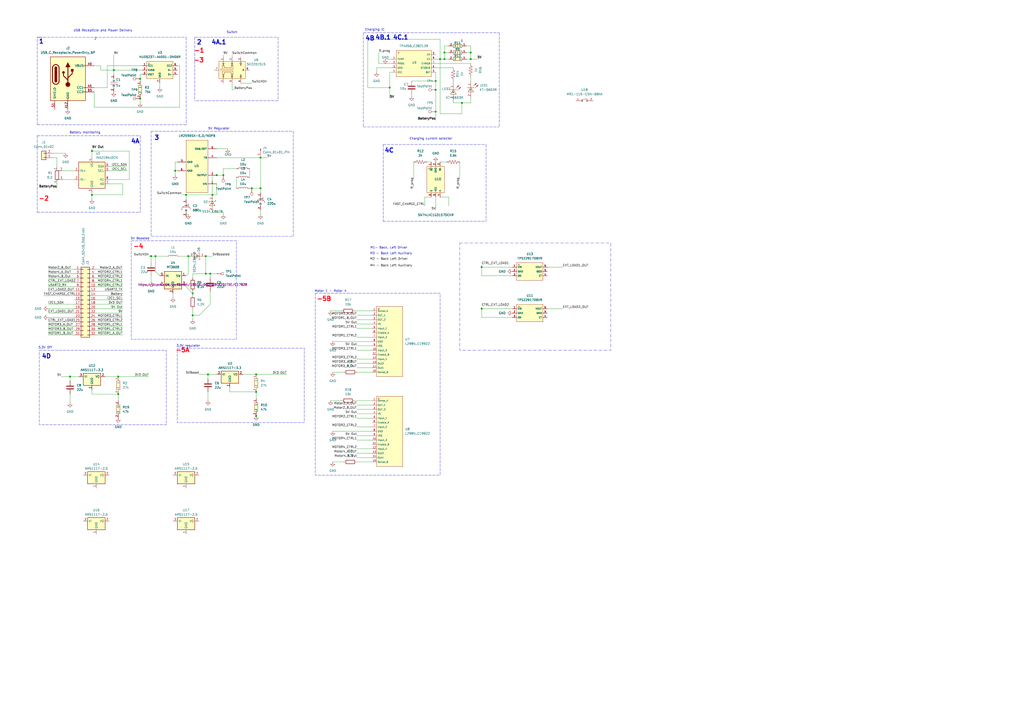
<source format=kicad_sch>
(kicad_sch (version 20231120) (generator "eeschema") (generator_version "8.0")
  (paper "A2")
  (title_block (title "EEE3088_Micro_Mouse_PCB") (date "2025-03-28") (rev "v4.0") (company "University of Cape Town") (comment 1 "@Author: Max Mendelow, Kholofelo Zondi") (comment 2 "Student number: MNDMAX003, ZNDKHO003"))
  (junction (at 101.6 99.06))
  (junction (at 226.06 50.8))
  (junction (at 125.73 101.6))
  (junction (at 90.17 148.59))
  (junction (at 68.58 228.6))
  (junction (at 111.76 182.88))
  (junction (at 279.4 154.94))
  (junction (at 257.81 34.29))
  (junction (at 111.76 170.18))
  (junction (at 107.95 113.03))
  (junction (at 257.81 30.48))
  (junction (at 255.27 34.29))
  (junction (at 252.73 46.99))
  (junction (at 279.4 179.07))
  (junction (at 109.22 148.59))
  (junction (at 53.34 113.03))
  (junction (at 68.58 218.44))
  (junction (at 81.28 45.72))
  (junction (at 119.38 148.59))
  (junction (at 252.73 52.07))
  (junction (at 123.19 113.03))
  (junction (at 267.97 59.69))
  (junction (at 148.59 241.3))
  (junction (at 120.65 217.17))
  (junction (at 273.05 30.48))
  (junction (at 40.64 218.44))
  (junction (at 87.63 148.59))
  (junction (at 121.92 158.75))
  (junction (at 151.13 91.44))
  (junction (at 119.38 158.75))
  (junction (at 129.54 101.6))
  (junction (at 252.73 64.77))
  (junction (at 53.34 87.63))
  (junction (at 66.04 40.64))
  (junction (at 146.05 109.22))
  (junction (at 151.13 109.22))
  (junction (at 273.05 34.29))
  (junction (at 148.59 217.17))
  (junction (at 148.59 227.33))
  (junction (at 81.28 57.15))
  (wire (pts (xy 104.14 62.23) (xy 54.61 62.23)))
  (wire (pts (xy 101.6 99.06) (xy 101.6 101.6)))
  (wire (pts (xy 87.63 160.02) (xy 87.63 163.83)))
  (wire (pts (xy 40.64 218.44) (xy 45.72 218.44)))
  (wire (pts (xy 218.44 41.91) (xy 218.44 39.37)))
  (wire (pts (xy 92.71 50.8) (xy 92.71 48.26)))
  (wire (pts (xy 255.27 34.29) (xy 255.27 66.04)))
  (wire (pts (xy 81.28 57.15) (xy 81.28 59.69)))
  (wire (pts (xy 43.18 168.91) (xy 27.94 168.91)))
  (wire (pts (xy 279.4 177.8) (xy 279.4 179.07)))
  (polyline (pts (xy 107.95 21.59) (xy 107.95 72.39)) (stroke (width 0) (type dash)))
  (wire (pts (xy 68.58 218.44) (xy 86.36 218.44)))
  (wire (pts (xy 63.5 96.52) (xy 73.66 96.52)))
  (polyline (pts (xy 222.25 83.82) (xy 222.25 128.27)) (stroke (width 0) (type dash)))
  (wire (pts (xy 255.27 114.3) (xy 260.35 114.3)))
  (wire (pts (xy 191.77 180.34) (xy 198.12 180.34)))
  (wire (pts (xy 43.18 163.83) (xy 27.94 163.83)))
  (wire (pts (xy 107.95 125.73) (xy 107.95 124.46)))
  (wire (pts (xy 55.88 173.99) (xy 71.12 173.99)))
  (wire (pts (xy 250.19 114.3) (xy 246.38 114.3)))
  (wire (pts (xy 55.88 194.31) (xy 71.12 194.31)))
  (wire (pts (xy 207.01 262.89) (xy 215.9 262.89)))
  (wire (pts (xy 207.01 240.03) (xy 215.9 240.03)))
  (wire (pts (xy 43.18 181.61) (xy 27.94 181.61)))
  (wire (pts (xy 273.05 36.83) (xy 252.73 36.83)))
  (wire (pts (xy 87.63 148.59) (xy 90.17 148.59)))
  (wire (pts (xy 273.05 26.67) (xy 273.05 30.48)))
  (wire (pts (xy 36.83 99.06) (xy 43.18 99.06)))
  (wire (pts (xy 213.36 22.86) (xy 213.36 50.8)))
  (wire (pts (xy 54.61 38.1) (xy 58.42 38.1)))
  (polyline (pts (xy 210.82 19.05) (xy 210.82 73.66)) (stroke (width 0) (type dash)))
  (wire (pts (xy 90.17 148.59) (xy 90.17 157.48)))
  (wire (pts (xy 53.34 226.06) (xy 53.34 228.6)))
  (wire (pts (xy 273.05 57.15) (xy 273.05 59.69)))
  (wire (pts (xy 36.83 104.14) (xy 43.18 104.14)))
  (wire (pts (xy 115.57 217.17) (xy 120.65 217.17)))
  (wire (pts (xy 207.01 185.42) (xy 215.9 185.42)))
  (wire (pts (xy 40.64 228.6) (xy 40.64 233.68)))
  (wire (pts (xy 148.59 227.33) (xy 148.59 231.14)))
  (wire (pts (xy 133.35 227.33) (xy 148.59 227.33)))
  (wire (pts (xy 120.65 227.33) (xy 120.65 232.41)))
  (wire (pts (xy 53.34 113.03) (xy 71.12 113.03)))
  (wire (pts (xy 297.18 184.15) (xy 279.4 184.15)))
  (wire (pts (xy 125.73 113.03) (xy 125.73 106.68)))
  (wire (pts (xy 104.14 148.59) (xy 109.22 148.59)))
  (wire (pts (xy 270.51 26.67) (xy 273.05 26.67)))
  (wire (pts (xy 207.01 237.49) (xy 215.9 237.49)))
  (wire (pts (xy 255.27 66.04) (xy 267.97 66.04)))
  (wire (pts (xy 205.74 232.41) (xy 215.9 232.41)))
  (wire (pts (xy 279.4 153.67) (xy 279.4 154.94)))
  (wire (pts (xy 86.36 148.59) (xy 87.63 148.59)))
  (wire (pts (xy 129.54 97.79) (xy 137.16 97.79)))
  (wire (pts (xy 273.05 46.99) (xy 273.05 44.45)))
  (wire (pts (xy 193.04 215.9) (xy 199.39 215.9)))
  (polyline (pts (xy 21.59 21.59) (xy 22.86 21.59)) (stroke (width 0) (type dash)))
  (wire (pts (xy 252.73 39.37) (xy 262.89 39.37)))
  (wire (pts (xy 238.76 46.99) (xy 252.73 46.99)))
  (wire (pts (xy 43.18 186.69) (xy 27.94 186.69)))
  (wire (pts (xy 193.04 250.19) (xy 215.9 250.19)))
  (wire (pts (xy 87.63 148.59) (xy 87.63 152.4)))
  (wire (pts (xy 207.01 210.82) (xy 215.9 210.82)))
  (wire (pts (xy 102.87 93.98) (xy 101.6 93.98)))
  (wire (pts (xy 55.88 166.37) (xy 71.12 166.37)))
  (wire (pts (xy 54.61 62.23) (xy 54.61 53.34)))
  (wire (pts (xy 25.4 171.45) (xy 43.18 171.45)))
  (polyline (pts (xy 161.29 58.42) (xy 113.03 58.42)) (stroke (width 0) (type dash)))
  (wire (pts (xy 35.56 218.44) (xy 40.64 218.44)))
  (wire (pts (xy 111.76 158.75) (xy 119.38 158.75)))
  (wire (pts (xy 55.88 184.15) (xy 71.12 184.15)))
  (wire (pts (xy 207.01 265.43) (xy 215.9 265.43)))
  (wire (pts (xy 27.94 158.75) (xy 43.18 158.75)))
  (wire (pts (xy 207.01 242.57) (xy 215.9 242.57)))
  (wire (pts (xy 82.55 38.1) (xy 62.23 38.1)))
  (wire (pts (xy 207.01 182.88) (xy 215.9 182.88)))
  (wire (pts (xy 27.94 161.29) (xy 43.18 161.29)))
  (wire (pts (xy 213.36 50.8) (xy 226.06 50.8)))
  (wire (pts (xy 55.88 168.91) (xy 71.12 168.91)))
  (wire (pts (xy 104.14 38.1) (xy 104.14 62.23)))
  (wire (pts (xy 207.01 255.27) (xy 215.9 255.27)))
  (wire (pts (xy 90.17 148.59) (xy 96.52 148.59)))
  (wire (pts (xy 279.4 184.15) (xy 279.4 179.07)))
  (wire (pts (xy 53.34 86.36) (xy 53.34 87.63)))
  (wire (pts (xy 55.88 158.75) (xy 71.12 158.75)))
  (wire (pts (xy 121.92 176.53) (xy 115.57 182.88)))
  (wire (pts (xy 260.35 26.67) (xy 257.81 26.67)))
  (wire (pts (xy 55.88 163.83) (xy 71.12 163.83)))
  (wire (pts (xy 226.06 50.8) (xy 226.06 57.15)))
  (wire (pts (xy 60.96 218.44) (xy 68.58 218.44)))
  (wire (pts (xy 267.97 59.69) (xy 273.05 59.69)))
  (wire (pts (xy 111.76 182.88) (xy 111.76 185.42)))
  (wire (pts (xy 227.33 36.83) (xy 219.71 36.83)))
  (wire (pts (xy 58.42 40.64) (xy 66.04 40.64)))
  (wire (pts (xy 82.55 43.18) (xy 81.28 43.18)))
  (wire (pts (xy 297.18 160.02) (xy 279.4 160.02)))
  (wire (pts (xy 55.88 191.77) (xy 71.12 191.77)))
  (wire (pts (xy 55.88 186.69) (xy 71.12 186.69)))
  (wire (pts (xy 252.73 64.77) (xy 252.73 69.85)))
  (wire (pts (xy 123.19 101.6) (xy 123.19 113.03)))
  (wire (pts (xy 120.65 217.17) (xy 125.73 217.17)))
  (wire (pts (xy 151.13 91.44) (xy 151.13 109.22)))
  (wire (pts (xy 259.08 93.98) (xy 255.27 93.98)))
  (wire (pts (xy 207.01 234.95) (xy 215.9 234.95)))
  (wire (pts (xy 107.95 165.1) (xy 107.95 166.37)))
  (wire (pts (xy 297.18 154.94) (xy 279.4 154.94)))
  (wire (pts (xy 107.95 124.46) (xy 109.22 124.46)))
  (wire (pts (xy 43.18 179.07) (xy 27.94 179.07)))
  (wire (pts (xy 109.22 158.75) (xy 107.95 160.02)))
  (wire (pts (xy 66.04 31.75) (xy 66.04 40.64)))
  (wire (pts (xy 74.93 104.14) (xy 74.93 87.63)))
  (polyline (pts (xy 21.59 78.74) (xy 21.59 123.19)) (stroke (width 0) (type dash)))
  (wire (pts (xy 238.76 55.88) (xy 238.76 54.61)))
  (wire (pts (xy 266.7 93.98) (xy 266.7 102.87)))
  (wire (pts (xy 27.94 156.21) (xy 43.18 156.21)))
  (wire (pts (xy 273.05 30.48) (xy 273.05 34.29)))
  (wire (pts (xy 151.13 124.46) (xy 151.13 121.92)))
  (wire (pts (xy 247.65 93.98) (xy 250.19 93.98)))
  (wire (pts (xy 109.22 148.59) (xy 109.22 158.75)))
  (wire (pts (xy 33.02 91.44) (xy 33.02 96.52)))
  (wire (pts (xy 144.78 109.22) (xy 146.05 109.22)))
  (wire (pts (xy 111.76 161.29) (xy 111.76 158.75)))
  (wire (pts (xy 151.13 109.22) (xy 151.13 111.76)))
  (wire (pts (xy 55.88 181.61) (xy 71.12 181.61)))
  (polyline (pts (xy 222.25 83.82) (xy 281.94 83.82)) (stroke (width 0) (type dash)))
  (wire (pts (xy 74.93 87.63) (xy 53.34 87.63)))
  (wire (pts (xy 257.81 30.48) (xy 260.35 30.48)))
  (wire (pts (xy 257.81 34.29) (xy 260.35 34.29)))
  (wire (pts (xy 123.19 101.6) (xy 125.73 101.6)))
  (wire (pts (xy 63.5 99.06) (xy 73.66 99.06)))
  (wire (pts (xy 68.58 228.6) (xy 68.58 232.41)))
  (polyline (pts (xy 281.94 83.82) (xy 281.94 128.27)) (stroke (width 0) (type dash)))
  (wire (pts (xy 252.73 121.92) (xy 252.73 114.3)))
  (wire (pts (xy 81.28 43.18) (xy 81.28 45.72)))
  (wire (pts (xy 66.04 40.64) (xy 66.04 43.18)))
  (wire (pts (xy 62.23 38.1) (xy 62.23 50.8)))
  (wire (pts (xy 123.19 113.03) (xy 125.73 113.03)))
  (wire (pts (xy 207.01 200.66) (xy 215.9 200.66)))
  (wire (pts (xy 207.01 252.73) (xy 215.9 252.73)))
  (wire (pts (xy 207.01 213.36) (xy 215.9 213.36)))
  (wire (pts (xy 55.88 171.45) (xy 71.12 171.45)))
  (wire (pts (xy 107.95 166.37) (xy 111.76 170.18)))
  (polyline (pts (xy 22.86 21.59) (xy 25.4 21.59)) (stroke (width 0) (type dash)))
  (wire (pts (xy 207.01 215.9) (xy 215.9 215.9)))
  (polyline (pts (xy 22.86 21.59) (xy 107.95 21.59)) (stroke (width 0) (type dash)))
  (wire (pts (xy 262.89 48.26) (xy 262.89 46.99)))
  (wire (pts (xy 226.06 41.91) (xy 227.33 41.91)))
  (wire (pts (xy 53.34 113.03) (xy 53.34 115.57)))
  (polyline (pts (xy 210.82 73.66) (xy 289.56 73.66)) (stroke (width 0) (type dash)))
  (polyline (pts (xy 113.03 21.59) (xy 161.29 21.59)) (stroke (width 0) (type dash)))
  (wire (pts (xy 43.18 166.37) (xy 27.94 166.37)))
  (wire (pts (xy 55.88 179.07) (xy 71.12 179.07)))
  (polyline (pts (xy 21.59 123.19) (xy 81.28 123.19)) (stroke (width 0) (type dash)))
  (wire (pts (xy 55.88 161.29) (xy 71.12 161.29)))
  (wire (pts (xy 146.05 109.22) (xy 151.13 109.22)))
  (wire (pts (xy 257.81 30.48) (xy 257.81 34.29)))
  (polyline (pts (xy 113.03 21.59) (xy 113.03 58.42)) (stroke (width 0) (type dash)))
  (wire (pts (xy 101.6 93.98) (xy 101.6 99.06)))
  (polyline (pts (xy 21.59 21.59) (xy 22.86 21.59)) (stroke (width 0) (type dash)))
  (wire (pts (xy 43.18 194.31) (xy 27.94 194.31)))
  (wire (pts (xy 262.89 59.69) (xy 267.97 59.69)))
  (polyline (pts (xy 222.25 128.27) (xy 281.94 128.27)) (stroke (width 0) (type dash)))
  (wire (pts (xy 43.18 184.15) (xy 27.94 184.15)))
  (wire (pts (xy 297.18 179.07) (xy 279.4 179.07)))
  (wire (pts (xy 53.34 87.63) (xy 53.34 91.44)))
  (wire (pts (xy 226.06 41.91) (xy 226.06 50.8)))
  (wire (pts (xy 71.12 106.68) (xy 71.12 113.03)))
  (wire (pts (xy 207.01 208.28) (xy 215.9 208.28)))
  (wire (pts (xy 55.88 156.21) (xy 71.12 156.21)))
  (wire (pts (xy 207.01 260.35) (xy 215.9 260.35)))
  (wire (pts (xy 129.54 101.6) (xy 129.54 97.79)))
  (wire (pts (xy 240.03 93.98) (xy 240.03 102.87)))
  (wire (pts (xy 121.92 168.91) (xy 121.92 176.53)))
  (wire (pts (xy 260.35 114.3) (xy 260.35 119.38)))
  (wire (pts (xy 111.76 168.91) (xy 111.76 170.18)))
  (wire (pts (xy 137.16 102.87) (xy 137.16 109.22)))
  (wire (pts (xy 121.92 158.75) (xy 119.38 158.75)))
  (polyline (pts (xy 81.28 78.74) (xy 81.28 123.19)) (stroke (width 0) (type dash)))
  (wire (pts (xy 125.73 91.44) (xy 151.13 91.44)))
  (wire (pts (xy 207.01 247.65) (xy 215.9 247.65)))
  (wire (pts (xy 123.19 123.19) (xy 129.54 123.19)))
  (wire (pts (xy 134.62 52.07) (xy 135.89 52.07)))
  (wire (pts (xy 148.59 237.49) (xy 148.59 241.3)))
  (wire (pts (xy 267.97 59.69) (xy 267.97 66.04)))
  (wire (pts (xy 30.48 88.9) (xy 38.1 88.9)))
  (wire (pts (xy 125.73 158.75) (xy 121.92 158.75)))
  (wire (pts (xy 151.13 91.44) (xy 154.94 91.44)))
  (wire (pts (xy 133.35 224.79) (xy 133.35 227.33)))
  (wire (pts (xy 252.73 46.99) (xy 252.73 41.91)))
  (wire (pts (xy 273.05 34.29) (xy 276.86 34.29)))
  (wire (pts (xy 55.88 176.53) (xy 71.12 176.53)))
  (wire (pts (xy 115.57 182.88) (xy 111.76 182.88)))
  (wire (pts (xy 144.78 97.79) (xy 144.78 102.87)))
  (wire (pts (xy 262.89 58.42) (xy 262.89 59.69)))
  (polyline (pts (xy 161.29 21.59) (xy 161.29 58.42)) (stroke (width 0) (type dash)))
  (wire (pts (xy 30.48 91.44) (xy 33.02 91.44)))
  (wire (pts (xy 207.01 190.5) (xy 215.9 190.5)))
  (wire (pts (xy 33.02 106.68) (xy 33.02 109.22)))
  (wire (pts (xy 111.76 179.07) (xy 111.76 182.88)))
  (wire (pts (xy 139.7 48.26) (xy 146.05 48.26)))
  (polyline (pts (xy 21.59 72.39) (xy 21.59 21.59)) (stroke (width 0) (type dash)))
  (wire (pts (xy 119.38 148.59) (xy 119.38 158.75)))
  (wire (pts (xy 252.73 52.07) (xy 252.73 64.77)))
  (wire (pts (xy 53.34 228.6) (xy 68.58 228.6)))
  (wire (pts (xy 270.51 34.29) (xy 273.05 34.29)))
  (wire (pts (xy 279.4 160.02) (xy 279.4 154.94)))
  (wire (pts (xy 129.54 31.75) (xy 129.54 33.02)))
  (polyline (pts (xy 107.95 72.39) (xy 21.59 72.39)) (stroke (width 0) (type dash)))
  (wire (pts (xy 58.42 38.1) (xy 58.42 40.64)))
  (wire (pts (xy 119.38 148.59) (xy 123.19 148.59)))
  (wire (pts (xy 55.88 189.23) (xy 71.12 189.23)))
  (wire (pts (xy 107.95 113.03) (xy 123.19 113.03)))
  (wire (pts (xy 125.73 101.6) (xy 129.54 101.6)))
  (polyline (pts (xy 210.82 19.05) (xy 289.56 19.05)) (stroke (width 0) (type dash)))
  (wire (pts (xy 43.18 189.23) (xy 27.94 189.23)))
  (polyline (pts (xy 21.59 78.74) (xy 81.28 78.74)) (stroke (width 0) (type dash)))
  (wire (pts (xy 317.5 154.94) (xy 326.39 154.94)))
  (wire (pts (xy 134.62 31.75) (xy 134.62 33.02)))
  (wire (pts (xy 191.77 232.41) (xy 198.12 232.41)))
  (wire (pts (xy 125.73 86.36) (xy 132.08 86.36)))
  (wire (pts (xy 63.5 106.68) (xy 71.12 106.68)))
  (wire (pts (xy 129.54 123.19) (xy 129.54 124.46)))
  (wire (pts (xy 62.23 50.8) (xy 54.61 50.8)))
  (wire (pts (xy 27.94 176.53) (xy 43.18 176.53)))
  (wire (pts (xy 207.01 195.58) (xy 215.9 195.58)))
  (wire (pts (xy 193.04 198.12) (xy 215.9 198.12)))
  (wire (pts (xy 219.71 36.83) (xy 219.71 30.48)))
  (wire (pts (xy 111.76 170.18) (xy 111.76 171.45)))
  (wire (pts (xy 53.34 111.76) (xy 53.34 113.03)))
  (wire (pts (xy 252.73 46.99) (xy 252.73 52.07)))
  (wire (pts (xy 270.51 30.48) (xy 273.05 30.48)))
  (wire (pts (xy 102.87 38.1) (xy 104.14 38.1)))
  (wire (pts (xy 255.27 34.29) (xy 255.27 22.86)))
  (wire (pts (xy 101.6 99.06) (xy 102.87 99.06)))
  (wire (pts (xy 205.74 180.34) (xy 215.9 180.34)))
  (wire (pts (xy 105.41 113.03) (xy 107.95 113.03)))
  (wire (pts (xy 218.44 39.37) (xy 227.33 39.37)))
  (wire (pts (xy 257.81 26.67) (xy 257.81 30.48)))
  (wire (pts (xy 213.36 22.86) (xy 255.27 22.86)))
  (wire (pts (xy 252.73 34.29) (xy 255.27 34.29)))
  (polyline (pts (xy 289.56 19.05) (xy 289.56 73.66)) (stroke (width 0) (type dash)))
  (wire (pts (xy 120.65 217.17) (xy 120.65 219.71)))
  (wire (pts (xy 81.28 45.72) (xy 81.28 46.99)))
  (wire (pts (xy 148.59 217.17) (xy 166.37 217.17)))
  (wire (pts (xy 223.52 34.29) (xy 227.33 34.29)))
  (wire (pts (xy 140.97 217.17) (xy 148.59 217.17)))
  (wire (pts (xy 207.01 203.2) (xy 215.9 203.2)))
  (wire (pts (xy 317.5 179.07) (xy 326.39 179.07)))
  (wire (pts (xy 246.38 114.3) (xy 246.38 119.38)))
  (wire (pts (xy 207.01 267.97) (xy 215.9 267.97)))
  (wire (pts (xy 40.64 218.44) (xy 40.64 220.98)))
  (wire (pts (xy 121.92 158.75) (xy 121.92 161.29)))
  (wire (pts (xy 207.01 187.96) (xy 215.9 187.96)))
  (wire (pts (xy 193.04 267.97) (xy 199.39 267.97)))
  (wire (pts (xy 107.95 113.03) (xy 107.95 115.57)))
  (wire (pts (xy 90.17 157.48) (xy 92.71 160.02)))
  (wire (pts (xy 66.04 40.64) (xy 82.55 40.64)))
  (wire (pts (xy 100.33 170.18) (xy 100.33 172.72)))
  (wire (pts (xy 134.62 48.26) (xy 134.62 52.07)))
  (wire (pts (xy 109.22 148.59) (xy 110.49 148.59)))
  (wire (pts (xy 43.18 191.77) (xy 27.94 191.77)))
  (wire (pts (xy 255.27 34.29) (xy 257.81 34.29)))
  (wire (pts (xy 63.5 104.14) (xy 74.93 104.14)))
  (rectangle (start 22.86 203.2) (end 96.52 246.38) (stroke (width 0) (type dash)))
  (rectangle (start 76.2 139.7) (end 137.16 196.85) (stroke (width 0) (type dash)))
  (rectangle (start 102.87 201.93) (end 176.53 245.11) (stroke (width 0) (type dash)))
  (rectangle (start 87.63 76.2) (end 170.18 137.16) (stroke (width 0) (type dash)))
  (rectangle (start 182.88 170.18) (end 255.27 275.59) (stroke (width 0) (type dash)))
  (rectangle (start 266.7 140.97) (end 354.33 203.2) (stroke (width 0) (type dash_dot)))
  (text "-3" (at 115.316 35.052 0) (effects (font (size 2.54 2.54) (thickness 0.508) (bold yes))))
  (text "5V Boosted" (at 81.28 138.43 0) (effects (font (size 1.27 1.27))))
  (text "Charging current selector" (at 249.936 80.518 0) (effects (font (size 1.27 1.27))))
  (text "4C.1" (at 232.41 21.844 0) (effects (font (size 2.54 2.54) (thickness 0.508) (bold yes))))
  (text "Battery monitoring" (at 49.276 76.962 0) (effects (font (size 1.27 1.27))))
  (text "4B.1" (at 222.25 21.844 0) (effects (font (size 2.54 2.54) (thickness 0.508) (bold yes))))
  (text "1" (at 23.9653 24.1354 0) (effects (font (size 2.54 2.54) (thickness 0.508) (bold yes))))
  (text "4A" (at 78.486 82.042 0) (effects (font (size 2.54 2.54) (thickness 0.508) (bold yes))))
  (text "4D" (at 26.924 206.756 0) (effects (font (size 2.54 2.54) (thickness 0.508) (bold yes))))
  (text "2" (at 55.372 22.606 0) (effects (font (size 1.27 1.27))))
  (text "Switch" (at 134.62 18.796 0) (effects (font (size 1.27 1.27))))
  (text "M1- Back, Left Driver" (at 225.552 143.764 0) (effects (font (size 1.27 1.27))))
  (text "Motor 1 - Motor 4" (at 191.77 168.91 0) (effects (font (size 1.27 1.27))))
  (text "5V Regulator" (at 127 74.676 0) (effects (font (size 1.27 1.27))))
  (text "Charging IC\n" (at 217.424 17.272 0) (effects (font (size 1.27 1.27))))
  (text "-5A\n" (at 105.918 203.2 0) (effects (font (size 2.54 2.54) (thickness 0.508) (bold yes))))
  (text "4B" (at 214.63 22.352 0) (effects (font (size 2.54 2.54) (thickness 0.508) (bold yes))))
  (text "3.3V Off" (at 26.162 201.676 0) (effects (font (size 1.27 1.27))))
  (text "4C" (at 225.806 87.376 0) (effects (font (size 2.54 2.54) (thickness 0.508) (bold yes))))
  (text "-2" (at 25.4 115.316 0) (effects (font (size 2.54 2.54) (thickness 0.508) (bold yes))))
  (text "-4\n" (at 80.264 143.002 0) (effects (font (size 2.54 2.54) (thickness 0.508) (bold yes))))
  (text "-5B\n" (at 187.96 173.482 0) (effects (font (size 2.54 2.54) (thickness 0.508) (bold yes))))
  (text "3" (at 90.932 80.01 0) (effects (font (size 2.54 2.54) (thickness 0.508) (bold yes))))
  (text "4A.1" (at 127 24.638 0) (effects (font (size 2.54 2.54) (thickness 0.508) (bold yes))))
  (text "M3 - Back Left Auxillary" (at 226.822 147.066 0) (effects (font (size 1.27 1.27))))
  (text "-1" (at 115.57 29.464 0) (effects (font (size 2.54 2.54) (thickness 0.508) (bold yes))))
  (text "3.3V regulator" (at 109.22 200.66 0) (effects (font (size 1.27 1.27))))
  (text "USB Recepticle and Power Delivery\n" (at 59.69 17.78 0) (effects (font (size 1.27 1.27))))
  (text "2" (at 115.57 24.638 0) (effects (font (size 2.54 2.54) (thickness 0.508) (bold yes))))
  (label "Motor2_A_OUT" (at 71.12 156.21 180))
  (label "MOTOR3_CTRL1" (at 207.01 203.2 180))
  (label "SwitchCommon" (at 134.62 31.75 0))
  (label "MOTOR2_CTRL1" (at 71.12 158.75 180))
  (label "MOTOR1_A_OUT" (at 71.12 194.31 180))
  (label "M2 - Back Left Driver" (at 214.63 151.13 0))
  (label "5V" (at 276.86 34.29 0) (effects (font (bold yes))))
  (label "R_prog" (at 266.7 102.87 270))
  (label "3V3 OUT" (at 71.12 176.53 180))
  (label "9V" (at 129.54 31.75 0))
  (label "5V Out" (at 53.34 86.36 0) (effects (font (bold yes))))
  (label "Motor2_B_OUT" (at 27.94 156.21 0))
  (label "MOTOR3_B_OUT" (at 27.94 191.77 0))
  (label "CTRL_EXT_LOAD1" (at 27.94 186.69 0))
  (label "SwitchOn" (at 146.05 48.26 0))
  (label "MOTOR4_CTRL2" (at 207.01 260.35 180))
  (label "Motor4_A_OUT" (at 207.01 262.89 180))
  (label "USART2_TX" (at 71.12 168.91 180))
  (label "I2C1_SDA" (at 27.94 176.53 0))
  (label "CTRL_EXT_LOAD1" (at 279.4 153.67 0))
  (label "5V Out" (at 207.01 187.96 180))
  (label "Motor2_B_OUT" (at 207.01 237.49 180))
  (label "MOTOR3_A_OUT" (at 207.01 210.82 180))
  (label "5V Out" (at 207.01 200.66 180))
  (label "9V" (at 66.04 31.75 0))
  (label "MOTOR1_B_OUT" (at 207.01 185.42 180))
  (label "3V3 OUT" (at 166.37 217.17 180))
  (label "R_prog" (at 219.71 30.48 0))
  (label "MOTOR2_CTRL1" (at 207.01 242.57 180))
  (label "EXT_LOAD1_OUT" (at 326.39 154.94 0))
  (label "Battery" (at 71.12 171.45 180))
  (label "FAST_CHARGE_CTRL" (at 246.38 119.38 180))
  (label "CTRL_EXT_LOAD2" (at 279.4 177.8 0))
  (label "EXT_LOAD2_OUT" (at 326.39 179.07 0))
  (label "MOTOR1_CTRL2" (at 207.01 195.58 180))
  (label "I2C1_SCL" (at 71.12 173.99 180))
  (label "5VBoost" (at 115.57 217.17 180))
  (label "EXT_LOAD2_OUT" (at 27.94 168.91 0))
  (label "3V3 OUT" (at 86.36 218.44 180))
  (label "MOTOR3_CTRL1" (at 71.12 184.15 180))
  (label "MOTOR4_CTRL1" (at 207.01 255.27 180))
  (label "FAST_CHARGE_CTRL" (at 25.4 171.45 0))
  (label "BatteryPos" (at 252.73 69.85 180) (effects (font (bold yes))))
  (label "I2C1_SCL" (at 73.66 99.06 180))
  (label "Motor4_A_OUT" (at 27.94 158.75 0))
  (label "R_prog" (at 240.03 102.87 270))
  (label "MOTOR4_CTRL2" (at 71.12 166.37 180))
  (label "5VBoosted" (at 123.19 148.59 0))
  (label "5V Out" (at 71.12 179.07 180))
  (label "SwitchOn" (at 86.36 148.59 180))
  (label "5V Out" (at 207.01 240.03 180))
  (label "5V" (at 35.56 218.44 180))
  (label "BatteryPos" (at 33.02 109.22 180) (effects (font (bold yes))))
  (label "Motor4_B_Out" (at 207.01 265.43 180))
  (label "CTRL_EXT_LOAD2" (at 27.94 163.83 0))
  (label "MOTOR3_CTRL2" (at 207.01 208.28 180))
  (label "BatteryPos" (at 135.89 52.07 0))
  (label "MOTOR1_CTRL1" (at 207.01 190.5 180))
  (label "MOTOR3_A_OUT" (at 27.94 189.23 0))
  (label "MOTOR2_CTRL2" (at 207.01 247.65 180))
  (label "MOTOR1_CTRL1" (at 71.12 189.23 180))
  (label "5V" (at 226.06 57.15 0) (effects (font (bold yes))))
  (label "USART2_RX" (at 27.94 166.37 0))
  (label "SwitchCommon" (at 105.41 113.03 180))
  (label "MOTOR1_A_OUT" (at 207.01 182.88 180))
  (label "Motor4_B_Out" (at 27.94 161.29 0))
  (label "MOTOR3_CTRL2" (at 71.12 186.69 180))
  (label "MOTOR3_B_OUT" (at 207.01 213.36 180))
  (label "I2C1_SDA" (at 73.66 96.52 180))
  (label "5V" (at 154.94 91.44 0))
  (label "5V Out" (at 207.01 252.73 180))
  (label "9V" (at 71.12 181.61 180))
  (label "M4 - Back Left Auxillary" (at 214.63 154.94 0))
  (label "5V" (at 252.73 121.92 180))
  (label "MOTOR4_CTRL1" (at 71.12 163.83 180))
  (label "Motor2_A_OUT" (at 207.01 234.95 180))
  (label "MOTOR1_B_OUT" (at 27.94 194.31 0))
  (label "MOTOR1_CTRL2" (at 71.12 191.77 180))
  (label "EXT_LOAD1_OUT" (at 27.94 181.61 0))
  (label "MOTOR2_CTRL2" (at 71.12 161.29 180))
  (symbol (lib_id "Device:L") (at 140.97 109.22 90) (unit 1)
    (property "Reference" "L4" (at 140.97 104.14 90))
    (property "Value" "10u" (at 140.97 106.68 90))
    (property "Footprint" "xxcustom_footprint:L0805" (effects (hide yes)))
    (property "Datasheet" "https://jlcpcb.com/partdetail/Sunlord-SDFL2012S100KTF/C1046" (effects (hide yes)))
    (property "Description" "Inductor" (effects (hide yes)))
  )
  (symbol (lib_id "Device:R") (at 201.93 232.41 90) (unit 1)
    (property "Reference" "R18" (at 201.93 226.06 90))
    (property "Value" "10k" (at 201.93 228.6 90))
    (property "Footprint" "xxcustom_footprint:C1206" (effects (hide yes)))
    (property "Datasheet" "https://jlcpcb.com/parts/componentSearch?searchTxt=47k%CE%A9" (effects (hide yes)))
    (property "Description" "Resistor C17902" (effects (hide yes)))
  )
  (symbol (lib_id "Connector:TestPoint") (at 125.73 158.75 270) (unit 1)
    (property "Reference" "TP1" (at 130.81 157.4799 90) (effects (justify left)))
    (property "Value" "TestPoint" (at 130.81 160.0199 90) (effects (justify left)))
    (property "Footprint" "TestPoint:TestPoint_Pad_2.5x2.5mm" (effects (hide yes)))
    (property "Description" "test point" (effects (hide yes)))
  )
  (symbol (lib_id "Connector:TestPoint") (at 252.73 52.07 90) (unit 1)
    (property "Reference" "TP4" (at 249.428 46.99 90))
    (property "Value" "TestPoint" (at 246.126 50.038 90))
    (property "Footprint" "TestPoint:TestPoint_Pad_2.5x2.5mm" (effects (hide yes)))
    (property "Description" "test point" (effects (hide yes)))
  )
  (symbol (lib_id "power:GND") (at 100.33 172.72 0) (unit 1)
    (property "Reference" "#PWR12" (effects (hide yes)))
    (property "Value" "GND" (at 100.33 177.8 0))
    (property "Description" "Power symbol creates a global label with name \"GND\" , ground" (effects (hide yes)))
  )
  (symbol (lib_id "TPS22917DBVR:TPS22917DBVR") (at 307.34 181.61 0) (unit 1)
    (property "Reference" "U11" (at 307.34 171.45 0))
    (property "Value" "TPS22917DBVR" (at 307.34 173.99 0))
    (property "Footprint" "xxcustom_footprint:SOT-23-6_L2.9-W1.6-P0.95-LS2.8-BR" (effects (hide yes)))
    (property "Datasheet" "https://item.szlcsc.com/169042.html" (effects (hide yes)))
    (property "LCSC" "C2681320" (effects (hide yes)))
  )
  (symbol (lib_id "power:GND") (at 68.58 242.57 0) (unit 1)
    (property "Reference" "#PWR030" (effects (hide yes)))
    (property "Value" "GND" (at 68.58 247.65 0))
    (property "Description" "Power symbol creates a global label with name \"GND\" , ground" (effects (hide yes)))
  )
  (symbol (lib_id "Device:C") (at 40.64 224.79 0) (unit 1)
    (property "Reference" "C8" (at 44.45 223.5199 0) (effects (justify left)))
    (property "Value" "22u" (at 44.45 226.0599 0) (effects (justify left)))
    (property "Footprint" "xxcustom_footprint:C1206" (effects (hide yes)))
    (property "Datasheet" "https://jlcpcb.com/partdetail/13537-CL31A226KAHNNNE/C12891" (effects (hide yes)))
    (property "Description" "Unpolarized capacitor" (effects (hide yes)))
  )
  (symbol (lib_id "power:GND") (at 27.94 179.07 270) (mirror x) (unit 1)
    (property "Reference" "#PWR1" (effects (hide yes)))
    (property "Value" "GND" (at 24.13 179.0699 90) (effects (justify right)))
    (property "Description" "Power symbol creates a global label with name \"GND\" , ground" (effects (hide yes)))
  )
  (symbol (lib_id "Device:R") (at 203.2 267.97 90) (unit 1)
    (property "Reference" "R7" (at 203.2 261.62 90))
    (property "Value" "47k" (at 203.2 264.16 90))
    (property "Footprint" "xxcustom_footprint:R0805" (effects (hide yes)))
    (property "Datasheet" "https://jlcpcb.com/parts/componentSearch?searchTxt=47k%CE%A9" (effects (hide yes)))
    (property "Description" "Resistor" (effects (hide yes)))
  )
  (symbol (lib_id "0603WAF7502T5E:0603WAF7502T5E") (at 81.28 52.07 270) (unit 1)
    (property "Reference" "R3" (at 83.82 50.7999 90) (effects (justify left)))
    (property "Value" "75k" (at 83.82 53.3399 90) (effects (justify left)))
    (property "Footprint" "xxcustom_footprint:R0603" (effects (hide yes)))
    (property "Datasheet" "https://www.mouser.in/datasheet/2/447/PYu_RT_1_to_0_01_RoHS_L_11-1669912.pdf" (effects (hide yes)))
    (property "LCSC" "C23242" (effects (hide yes)))
  )
  (symbol (lib_id "power:GND") (at 132.08 86.36 0) (unit 1)
    (property "Reference" "#PWR17" (effects (hide yes)))
    (property "Value" "GND" (at 132.334 89.662 0))
    (property "Description" "Power symbol creates a global label with name \"GND\" , ground" (effects (hide yes)))
  )
  (symbol (lib_id "power:GND") (at 81.28 59.69 0) (unit 1)
    (property "Reference" "#PWR8" (effects (hide yes)))
    (property "Value" "GND" (at 81.28 64.77 0))
    (property "Description" "Power symbol creates a global label with name \"GND\" , ground" (effects (hide yes)))
  )
  (symbol (lib_id "Device:R") (at 201.93 180.34 90) (unit 1)
    (property "Reference" "R17" (at 201.93 173.99 90))
    (property "Value" "10k" (at 201.93 176.53 90))
    (property "Footprint" "xxcustom_footprint:R1206" (effects (hide yes)))
    (property "Datasheet" "https://jlcpcb.com/parts/componentSearch?searchTxt=47k%CE%A9" (effects (hide yes)))
    (property "Description" "Resistor C17902" (effects (hide yes)))
  )
  (symbol (lib_id "power:GND") (at 148.59 241.3 0) (unit 1)
    (property "Reference" "#PWR11" (effects (hide yes)))
    (property "Value" "GND" (at 148.59 246.38 0))
    (property "Description" "Power symbol creates a global label with name \"GND\" , ground" (effects (hide yes)))
  )
  (symbol (lib_id "TPS22917DBVR:TPS22917DBVR") (at 307.34 157.48 0) (unit 1)
    (property "Reference" "U13" (at 307.34 147.32 0))
    (property "Value" "TPS22917DBVR" (at 307.34 149.86 0))
    (property "Footprint" "xxcustom_footprint:SOT-23-6_L2.9-W1.6-P0.95-LS2.8-BR" (effects (hide yes)))
    (property "Datasheet" "https://item.szlcsc.com/169042.html" (effects (hide yes)))
    (property "LCSC" "C2681320" (effects (hide yes)))
  )
  (symbol (lib_id "power:GND") (at 38.1 88.9 0) (unit 1)
    (property "Reference" "#PWR3" (effects (hide yes)))
    (property "Value" "GND" (at 38.1 93.98 0))
    (property "Description" "Power symbol creates a global label with name \"GND\" , ground" (effects (hide yes)))
  )
  (symbol (lib_id "Device:R_US") (at 262.89 43.18 0) (unit 1)
    (property "Reference" "R14" (at 265.43 42.926 90))
    (property "Value" "1k" (at 267.97 42.926 90))
    (property "Footprint" "xxcustom_footprint:R1206" (effects (hide yes)))
    (property "Description" "Resistor, US symbol" (effects (hide yes)))
  )
  (symbol (lib_id "power:GND") (at 193.04 250.19 0) (unit 1)
    (property "Reference" "#PWR23" (effects (hide yes)))
    (property "Value" "GND" (at 193.04 255.27 0))
    (property "Description" "Power symbol creates a global label with name \"GND\" , ground" (effects (hide yes)))
  )
  (symbol (lib_id "Device:C") (at 121.92 165.1 0) (unit 1)
    (property "Reference" "C5" (at 125.73 163.8299 0) (effects (justify left)))
    (property "Value" "22uF" (at 125.73 166.3699 0) (effects (justify left)))
    (property "Footprint" "xxcustom_footprint:C1206" (effects (hide yes)))
    (property "Datasheet" "https://jlcpcb.com/partdetail/13537-CL31A226KAHNNNE/C12891" (effects (hide yes)))
    (property "Description" "Unpolarized capacitor" (effects (hide yes)))
  )
  (symbol (lib_id "Connector:TestPoint") (at 81.28 57.15 90) (unit 1)
    (property "Reference" "TP9" (at 77.978 52.07 90))
    (property "Value" "TestPoint" (at 74.676 55.118 90))
    (property "Footprint" "TestPoint:TestPoint_Pad_2.5x2.5mm" (effects (hide yes)))
    (property "Description" "test point" (effects (hide yes)))
  )
  (symbol (lib_id "power:GND") (at 92.71 50.8 0) (unit 1)
    (property "Reference" "#PWR9" (effects (hide yes)))
    (property "Value" "GND" (at 92.71 55.88 0))
    (property "Description" "Power symbol creates a global label with name \"GND\" , ground" (effects (hide yes)))
  )
  (symbol (lib_id "Device:R_US") (at 262.89 93.98 270) (unit 1)
    (property "Reference" "R15" (at 262.89 87.63 90))
    (property "Value" "5.6k" (at 262.89 90.17 90))
    (property "Footprint" "xxcustom_footprint:R0805" (effects (hide yes)))
    (property "Datasheet" "C4382" (effects (hide yes)))
    (property "Description" "Resistor, US symbol" (effects (hide yes)))
  )
  (symbol (lib_id "power:GND") (at 151.13 124.46 0) (unit 1)
    (property "Reference" "#PWR18" (effects (hide yes)))
    (property "Value" "GND" (at 151.13 129.54 0))
    (property "Description" "Power symbol creates a global label with name \"GND\" , ground" (effects (hide yes)))
  )
  (symbol (lib_id "Device:C") (at 87.63 156.21 0) (unit 1)
    (property "Reference" "C3" (at 81.534 155.194 0) (effects (justify left)))
    (property "Value" "22uF" (at 81.534 157.734 0) (effects (justify left)))
    (property "Footprint" "xxcustom_footprint:C1206" (effects (hide yes)))
    (property "Datasheet" "https://jlcpcb.com/partdetail/13537-CL31A226KAHNNNE/C12891" (effects (hide yes)))
    (property "Description" "Unpolarized capacitor" (effects (hide yes)))
  )
  (symbol (lib_id "Connector:TestPoint") (at 146.05 109.22 180) (unit 1)
    (property "Reference" "TP7" (at 141.478 114.554 0) (effects (justify right)))
    (property "Value" "TestPoint" (at 141.478 117.094 0) (effects (justify right)))
    (property "Footprint" "TestPoint:TestPoint_Pad_2.5x2.5mm" (effects (hide yes)))
    (property "Description" "test point" (effects (hide yes)))
  )
  (symbol (lib_id "Regulator_Linear:AMS1117-2.5") (at 55.88 302.26 0) (unit 1)
    (property "Reference" "U16" (at 55.88 295.91 0))
    (property "Value" "AMS1117-2.5" (at 55.88 298.45 0))
    (property "Footprint" "Package_TO_SOT_SMD:SOT-223-3_TabPin2" (effects (hide yes)))
    (property "Datasheet" "http://www.advanced-monolithic.com/pdf/ds1117.pdf" (effects (hide yes)))
    (property "Description" "1A Low Dropout regulator, positive, 2.5V fixed output, SOT-223" (effects (hide yes)))
  )
  (symbol (lib_id "Device:C") (at 238.76 50.8 0) (unit 1)
    (property "Reference" "C7" (at 234.188 49.022 0) (effects (justify left)))
    (property "Value" "10u" (at 231.902 51.308 0) (effects (justify left)))
    (property "Footprint" "xxcustom_footprint:CAP-SMD_L3.2-W1.6-RD-C7171" (effects (hide yes)))
    (property "Datasheet" "https://jlcpcb.com/partdetail/-TAJA106K016RNJ/C7171" (effects (hide yes)))
    (property "Description" "Unpolarized capacitor" (effects (hide yes)))
  )
  (symbol (lib_id "Regulator_Linear:AMS1117-2.5") (at 107.95 302.26 0) (unit 1)
    (property "Reference" "U17" (at 107.95 295.91 0))
    (property "Value" "AMS1117-2.5" (at 107.95 298.45 0))
    (property "Footprint" "Package_TO_SOT_SMD:SOT-223-3_TabPin2" (effects (hide yes)))
    (property "Datasheet" "http://www.advanced-monolithic.com/pdf/ds1117.pdf" (effects (hide yes)))
    (property "Description" "1A Low Dropout regulator, positive, 2.5V fixed output, SOT-223" (effects (hide yes)))
  )
  (symbol (lib_id "SS34_C8678:SS34_C8678") (at 123.19 118.11 270) (unit 1)
    (property "Reference" "D2" (at 120.65 117.094 90) (effects (justify right)))
    (property "Value" "SS34_C8678" (at 129.286 122.682 90) (effects (justify right)))
    (property "Footprint" "xxcustom_footprint:SMA_L4.3-W2.6-LS5.2-RD" (effects (hide yes)))
    (property "Datasheet" "https://item.szlcsc.com/34721.html" (effects (hide yes)))
    (property "LCSC" "C8678" (effects (hide yes)))
  )
  (symbol (lib_id "power:GND") (at 238.76 55.88 0) (unit 1)
    (property "Reference" "#PWR27" (effects (hide yes)))
    (property "Value" "GND" (at 238.76 60.96 0))
    (property "Description" "Power symbol creates a global label with name \"GND\" , ground" (effects (hide yes)))
  )
  (symbol (lib_id "power:GND") (at 223.52 34.29 0) (unit 1)
    (property "Reference" "#PWR26" (effects (hide yes)))
    (property "Value" "GND" (at 223.52 33.274 0))
    (property "Description" "Power symbol creates a global label with name \"GND\" , ground" (effects (hide yes)))
  )
  (symbol (lib_id "L298N_C19922:L298N_C19922") (at 224.79 250.19 0) (unit 1)
    (property "Reference" "U8" (at 234.95 248.9199 0) (effects (justify left)))
    (property "Value" "L298N_C19922" (at 234.95 251.4599 0) (effects (justify left)))
    (property "Footprint" "xxcustom_footprint:MULTIWATT-15_L19.6-W5.0-P1.27-L" (effects (hide yes)))
    (property "Datasheet" "https://lcsc.com/product-detail/Audio-Power-OpAmps_STMicroelectronics_TDA7576B_STMicroelectronics-TDA7576B_C176819.html" (effects (hide yes)))
    (property "LCSC" "C19922" (effects (hide yes)))
  )
  (symbol (lib_id "power:GND") (at 120.65 232.41 0) (unit 1)
    (property "Reference" "#PWR6" (effects (hide yes)))
    (property "Value" "GND" (at 120.65 237.49 0))
    (property "Description" "Power symbol creates a global label with name \"GND\" , ground" (effects (hide yes)))
  )
  (symbol (lib_id "TP4056_C382139:TP4056_C382139") (at 240.03 36.83 0) (unit 1)
    (property "Reference" "U9" (at 240.284 36.322 0))
    (property "Value" "TP4056_C382139" (at 240.03 26.67 0))
    (property "Footprint" "xxcustom_footprint:ESOP-8_L4.9-W3.9-P1.27-LS6.0-BL-EP" (effects (hide yes)))
    (property "Datasheet" "https://www.mornsun.cn/html/pdf/SCM1501B.html" (effects (hide yes)))
    (property "LCSC" "C382139" (effects (hide yes)))
  )
  (symbol (lib_id "Sensor_Energy:INA219AxDCN") (at 53.34 101.6 0) (unit 1)
    (property "Reference" "U1" (at 55.5341 88.9 0) (effects (justify left)))
    (property "Value" "INA219AxDCN" (at 55.5341 91.44 0) (effects (justify left)))
    (property "Footprint" "Package_TO_SOT_SMD:SOT-23-8" (effects (hide yes)))
    (property "Datasheet" "https://jlcpcb.com/partdetail/TexasInstruments-INA219AIDCNR/C87469" (effects (hide yes)))
    (property "Description" "Zero-Drift, Bidirectional Current/Power Monitor (0-26V) With I2C Interface, SOT-23-8" (effects (hide yes)))
  )
  (symbol (lib_id "0805W8F2702T5E:0805W8F2702T5E") (at 68.58 223.52 270) (unit 1)
    (property "Reference" "R2" (at 71.12 222.2499 90) (effects (justify left)))
    (property "Value" "27k" (at 71.12 224.7899 90) (effects (justify left)))
    (property "Footprint" "xxcustom_footprint:R0805" (effects (hide yes)))
    (property "Datasheet" "https://item.szlcsc.com/142685.html" (effects (hide yes)))
    (property "Description" "0805W8F2702T5E" (effects (hide yes)))
    (property "LCSC" "C17593" (effects (hide yes)))
  )
  (symbol (lib_id "power:GND") (at 297.18 181.61 270) (unit 1)
    (property "Reference" "#PWR32" (effects (hide yes)))
    (property "Value" "GND" (at 293.37 181.6099 90) (effects (justify right)))
    (property "Description" "Power symbol creates a global label with name \"GND\" , ground" (effects (hide yes)))
  )
  (symbol (lib_id "Connector:USB_C_Receptacle_PowerOnly_6P") (at 39.37 45.72 0) (unit 1)
    (property "Reference" "J2" (at 39.37 27.94 0))
    (property "Value" "USB_C_Receptacle_PowerOnly_6P" (at 39.37 30.48 0))
    (property "Footprint" "xxcustom_footprint:TYPE-C-SMD_TYPE-C-6P" (effects (hide yes)))
    (property "Datasheet" "https://jlcpcb.com/partdetail/ShouHan-TYPE_C_6P_LTH65/C5187463" (effects (hide yes)))
    (property "Description" "USB Power-Only 6P Type-C Receptacle connector: C5187463" (effects (hide yes)))
  )
  (symbol (lib_id "1206W4F100KT5E:1206W4F100KT5E") (at 265.43 30.48 180) (unit 1)
    (property "Reference" "R9" (at 265.43 28.702 0))
    (property "Value" "1" (at 265.43 26.67 0))
    (property "Footprint" "xxcustom_footprint:R1206" (effects (hide yes)))
    (property "Datasheet" "https://item.szlcsc.com/311874.html" (effects (hide yes)))
    (property "LCSC" "C17928" (effects (hide yes)))
  )
  (symbol (lib_id "power:GND") (at 40.64 233.68 0) (unit 1)
    (property "Reference" "#PWR028" (effects (hide yes)))
    (property "Value" "GND" (at 40.64 238.76 0))
    (property "Description" "Power symbol creates a global label with name \"GND\" , ground" (effects (hide yes)))
  )
  (symbol (lib_id "power:GND") (at 191.77 232.41 0) (unit 1)
    (property "Reference" "#PWR20" (effects (hide yes)))
    (property "Value" "GND" (at 191.77 237.49 0))
    (property "Description" "Power symbol creates a global label with name \"GND\" , ground" (effects (hide yes)))
  )
  (symbol (lib_id "power:GND") (at 193.04 198.12 0) (unit 1)
    (property "Reference" "#PWR21" (effects (hide yes)))
    (property "Value" "GND" (at 193.04 203.2 0))
    (property "Description" "Power symbol creates a global label with name \"GND\" , ground" (effects (hide yes)))
  )
  (symbol (lib_id "Device:C") (at 120.65 223.52 0) (unit 1)
    (property "Reference" "C6" (at 124.46 222.2499 0) (effects (justify left)))
    (property "Value" "22u" (at 124.46 224.7899 0) (effects (justify left)))
    (property "Footprint" "xxcustom_footprint:C1206" (effects (hide yes)))
    (property "Datasheet" "https://jlcpcb.com/partdetail/13537-CL31A226KAHNNNE/C12891" (effects (hide yes)))
    (property "Description" "Unpolarized capacitor" (effects (hide yes)))
  )
  (symbol (lib_id "power:GND") (at 252.73 93.98 180) (unit 1)
    (property "Reference" "#PWR29" (effects (hide yes)))
    (property "Value" "GND" (at 252.73 88.9 0))
    (property "Description" "Power symbol creates a global label with name \"GND\" , ground" (effects (hide yes)))
  )
  (symbol (lib_id "0805W8F4702T5E:0805W8F4702T5E") (at 68.58 237.49 270) (unit 1)
    (property "Reference" "R19" (at 71.12 236.22 90) (effects (justify left)))
    (property "Value" "47k" (at 71.12 238.7599 90) (effects (justify left)))
    (property "Footprint" "xxcustom_footprint:R0805" (effects (hide yes)))
    (property "Datasheet" "https://item.szlcsc.com/142685.html" (effects (hide yes)))
    (property "Description" "0805W8F4702T5E" (effects (hide yes)))
    (property "LCSC" "C17713" (effects (hide yes)))
  )
  (symbol (lib_id "Device:L") (at 100.33 148.59 90) (unit 1)
    (property "Reference" "L1" (at 100.33 143.51 90))
    (property "Value" "10u" (at 100.33 146.05 90))
    (property "Footprint" "xxcustom_footprint:L0805" (effects (hide yes)))
    (property "Datasheet" "https://jlcpcb.com/partdetail/Sunlord-SDFL2012S100KTF/C1046" (effects (hide yes)))
    (property "Description" "Inductor" (effects (hide yes)))
  )
  (symbol (lib_id "HUSB237-AA001-DN06R:HUSB237-AA001-DN06R") (at 92.71 40.64 0) (unit 1)
    (property "Reference" "U3" (at 92.71 30.48 0))
    (property "Value" "HUSB237-AA001-DN06R" (at 92.71 33.02 0))
    (property "Footprint" "xxcustom_footprint:TDFN-6_L2.0-W2.0-P0.65-TL-EP" (effects (hide yes)))
    (property "Datasheet" "https://item.szlcsc.com/361742.html" (effects (hide yes)))
    (property "LCSC" "C22373734" (effects (hide yes)))
  )
  (symbol (lib_id "KT-0603R:KT-0603R") (at 273.05 52.07 270) (unit 1)
    (property "Reference" "LED1" (at 278.13 49.5299 90) (effects (justify left)))
    (property "Value" "KT-0603R" (at 278.13 52.0699 90) (effects (justify left)))
    (property "Footprint" "xxcustom_footprint:R0603" (effects (hide yes)))
    (property "Datasheet" "https://jlcpcb.com/partdetail/Hubei_KentoElec-KT0603R/C2286" (effects (hide yes)))
    (property "LCSC" "C2286" (effects (hide yes)))
  )
  (symbol (lib_id "Connector:TestPoint") (at 129.54 101.6 0) (mirror x) (unit 1)
    (property "Reference" "TP6" (at 134.112 106.934 0) (effects (justify right)))
    (property "Value" "TestPoint" (at 134.112 109.474 0) (effects (justify right)))
    (property "Footprint" "TestPoint:TestPoint_Pad_2.5x2.5mm" (effects (hide yes)))
    (property "Description" "test point" (effects (hide yes)))
  )
  (symbol (lib_id "0805W8F4702T5E:0805W8F4702T5E") (at 148.59 236.22 270) (unit 1)
    (property "Reference" "R10" (at 151.13 234.95 90) (effects (justify left)))
    (property "Value" "47k" (at 151.13 237.4899 90) (effects (justify left)))
    (property "Footprint" "xxcustom_footprint:R0805" (effects (hide yes)))
    (property "Datasheet" "https://item.szlcsc.com/142685.html" (effects (hide yes)))
    (property "Description" "0805W8F4702T5E" (effects (hide yes)))
    (property "LCSC" "C17713" (effects (hide yes)))
  )
  (symbol (lib_id "1206W4F100KT5E:1206W4F100KT5E") (at 265.43 26.67 180) (unit 1)
    (property "Reference" "R11" (at 265.43 24.892 0))
    (property "Value" "1" (at 267.97 23.622 0))
    (property "Footprint" "xxcustom_footprint:R1206" (effects (hide yes)))
    (property "Datasheet" "https://item.szlcsc.com/311874.html" (effects (hide yes)))
    (property "LCSC" "C17928" (effects (hide yes)))
  )
  (symbol (lib_id "RVT220UF10V67RV0037:RVT220UF10V67RV0037") (at 151.13 116.84 270) (unit 1)
    (property "Reference" "C4" (at 154.94 115.5699 90) (effects (justify left)))
    (property "Value" "220u" (at 154.94 118.1099 90) (effects (justify left)))
    (property "Footprint" "xxcustom_footprint:CAP-SMD_BD6.3-L6.6-W6.6-FD" (effects (hide yes)))
    (property "Datasheet" "https://item.szlcsc.com/265679.html" (effects (hide yes)))
    (property "LCSC" "C2833309" (effects (hide yes)))
  )
  (symbol (lib_id "Regulator_Switching:MT3608") (at 100.33 162.56 0) (unit 1)
    (property "Reference" "U4" (at 100.33 152.4 0))
    (property "Value" "MT3608" (at 100.33 154.94 0))
    (property "Footprint" "xxcustom_footprint:SOT-23-6_L2.9-W1.6-P0.95-LS2.8-BL" (effects (hide yes)))
    (property "Datasheet" "https://www.olimex.com/Products/Breadboarding/BB-PWR-3608/resources/MT3608.pdf" (effects (hide yes)))
    (property "Description" "C84817" (effects (hide yes)))
  )
  (symbol (lib_id "Connector:Conn_01x01_Pin") (at 151.13 86.36 270) (unit 1)
    (property "Reference" "J4" (at 152.4 85.7249 90) (effects (justify left)))
    (property "Value" "Conn_01x01_Pin" (at 152.4 88.2649 90) (effects (justify left)))
    (property "Description" "Generic connector, single row, 01x01, script generated" (effects (hide yes)))
  )
  (symbol (lib_id "CL31B105KBHNNNE:CL31B105KBHNNNE") (at 66.04 48.26 270) (unit 1)
    (property "Reference" "C1" (at 67.31 46.228 90) (effects (justify left)))
    (property "Value" "1u" (at 69.85 49.5299 90) (effects (justify right)))
    (property "Footprint" "xxcustom_footprint:C1206" (effects (hide yes)))
    (property "Datasheet" "https://jlcpcb.com/partdetail/2200-CL31B105KBHNNNE/C1848" (effects (hide yes)))
    (property "LCSC" "C1848" (effects (hide yes)))
  )
  (symbol (lib_id "1206W4F100KT5E:1206W4F100KT5E") (at 265.43 34.29 180) (unit 1)
    (property "Reference" "R13" (at 265.43 32.512 0))
    (property "Value" "1" (at 265.43 30.48 0))
    (property "Footprint" "xxcustom_footprint:R1206" (effects (hide yes)))
    (property "Datasheet" "https://item.szlcsc.com/311874.html" (effects (hide yes)))
    (property "LCSC" "C17928" (effects (hide yes)))
  )
  (symbol (lib_id "Regulator_Linear:AMS1117-2.5") (at 55.88 275.59 0) (unit 1)
    (property "Reference" "U14" (at 55.88 269.24 0))
    (property "Value" "AMS1117-2.5" (at 55.88 271.78 0))
    (property "Footprint" "XXmicromouse:SW-TH_MR1-110-C5N-BBAA" (effects (hide yes)))
    (property "Datasheet" "http://www.advanced-monolithic.com/pdf/ds1117.pdf" (effects (hide yes)))
    (property "Description" "C268221" (effects (hide yes)))
  )
  (symbol (lib_id "power:GND") (at 27.94 184.15 270) (mirror x) (unit 1)
    (property "Reference" "#PWR2" (effects (hide yes)))
    (property "Value" "GND" (at 24.13 184.1499 90) (effects (justify right)))
    (property "Description" "Power symbol creates a global label with name \"GND\" , ground" (effects (hide yes)))
  )
  (symbol (lib_id "KT-0603R:KT-0603R") (at 262.89 53.34 270) (unit 1)
    (property "Reference" "LED2" (at 261.366 51.562 90) (effects (justify right)))
    (property "Value" "KT-0603R" (at 268.732 56.642 90) (effects (justify right)))
    (property "Footprint" "xxcustom_footprint:R0603" (effects (hide yes)))
    (property "Datasheet" "https://jlcpcb.com/partdetail/Hubei_KentoElec-KT0603R/C2286" (effects (hide yes)))
    (property "LCSC" "C2286" (effects (hide yes)))
  )
  (symbol (lib_id "Device:R") (at 111.76 165.1 0) (unit 1)
    (property "Reference" "R5" (at 114.3 163.8299 0) (effects (justify left)))
    (property "Value" "8.2k" (at 114.3 166.3699 0) (effects (justify left)))
    (property "Footprint" "XXmicromouse:R0805" (effects (hide yes)))
    (property "Datasheet" "https://jlcpcb.com/partdetail/18516-0805W8F8201T5E/C17828" (at 111.76 165.1 0))
    (property "Description" "C17828" (effects (hide yes)))
  )
  (symbol (lib_id "power:GND") (at 297.18 157.48 270) (unit 1)
    (property "Reference" "#PWR31" (effects (hide yes)))
    (property "Value" "GND" (at 293.37 157.4799 90) (effects (justify right)))
    (property "Description" "Power symbol creates a global label with name \"GND\" , ground" (effects (hide yes)))
  )
  (symbol (lib_id "power:GND") (at 193.04 215.9 0) (unit 1)
    (property "Reference" "#PWR22" (effects (hide yes)))
    (property "Value" "GND" (at 193.04 220.98 0))
    (property "Description" "Power symbol creates a global label with name \"GND\" , ground" (effects (hide yes)))
  )
  (symbol (lib_id "MR1-110-C5N-BBAA:MR1-110-C5N-BBAA") (at 339.09 58.42 0) (unit 1)
    (property "Reference" "U18" (at 339.09 52.07 0))
    (property "Value" "MR1-110-C5N-BBAA" (at 339.09 54.61 0))
    (property "Footprint" "footprint:SW-TH_MR1-110-C5N-BBAA" (effects (hide yes)))
    (property "Datasheet" "https://item.szlcsc.com/257728.html" (effects (hide yes)))
    (property "LCSC" "C268221" (effects (hide yes)))
  )
  (symbol (lib_id "LM2596SX-5_0/NOPB:LM2596SX-5_0/NOPB") (at 114.3 96.52 0) (unit 1)
    (property "Reference" "U5" (at 114.046 96.266 0))
    (property "Value" "LM2596SX-5_0/NOPB" (at 114.3 78.74 0))
    (property "Footprint" "xxcustom_footprint:TO-263-5_L10.2-W8.9-P1.70-TL" (effects (hide yes)))
    (property "Datasheet" "https://item.szlcsc.com/144450.html" (effects (hide yes)))
    (property "LCSC" "C10002" (effects (hide yes)))
  )
  (symbol (lib_id "power:GND") (at 129.54 124.46 0) (unit 1)
    (property "Reference" "#PWR16" (effects (hide yes)))
    (property "Value" "GND" (at 129.54 129.54 0))
    (property "Description" "Power symbol creates a global label with name \"GND\" , ground" (effects (hide yes)))
  )
  (symbol (lib_id "Device:L") (at 140.97 97.79 90) (unit 1)
    (property "Reference" "L2" (at 140.97 92.71 90))
    (property "Value" "10u" (at 140.97 95.25 90))
    (property "Footprint" "xxcustom_footprint:L0805" (effects (hide yes)))
    (property "Datasheet" "https://jlcpcb.com/partdetail/Sunlord-SDFL2012S100KTF/C1046" (effects (hide yes)))
    (property "Description" "Inductor" (effects (hide yes)))
  )
  (symbol (lib_id "Device:R_US") (at 243.84 93.98 90) (unit 1)
    (property "Reference" "R12" (at 243.84 87.63 90))
    (property "Value" "2k" (at 243.84 90.17 90))
    (property "Footprint" "xxcustom_footprint:R1206" (effects (hide yes)))
    (property "Datasheet" "~C17944" (effects (hide yes)))
    (property "Description" "Resistor, US symbol" (effects (hide yes)))
  )
  (symbol (lib_id "Device:R") (at 203.2 215.9 90) (unit 1)
    (property "Reference" "R8" (at 203.2 209.55 90))
    (property "Value" "47k" (at 203.2 212.09 90))
    (property "Footprint" "xxcustom_footprint:R0805" (effects (hide yes)))
    (property "Datasheet" "https://jlcpcb.com/parts/componentSearch?searchTxt=47k%CE%A9" (effects (hide yes)))
    (property "Description" "Resistor" (effects (hide yes)))
  )
  (symbol (lib_id "SS34_C8678:SS34_C8678") (at 114.3 148.59 180) (unit 1)
    (property "Reference" "D6" (at 115.316 146.05 90) (effects (justify right)))
    (property "Value" "SS34_C8678" (at 112.776 146.05 90) (effects (justify left)))
    (property "Footprint" "xxcustom_footprint:SMA_L4.3-W2.6-LS5.2-RD" (effects (hide yes)))
    (property "Datasheet" "https://item.szlcsc.com/34721.html" (effects (hide yes)))
    (property "LCSC" "C8678" (effects (hide yes)))
  )
  (symbol (lib_id "Connector:TestPoint") (at 81.28 45.72 90) (unit 1)
    (property "Reference" "TP8" (at 77.978 40.64 90))
    (property "Value" "TestPoint" (at 74.676 43.688 90))
    (property "Footprint" "TestPoint:TestPoint_Pad_2.5x2.5mm" (effects (hide yes)))
    (property "Description" "test point" (effects (hide yes)))
  )
  (symbol (lib_id "0805W8F2702T5E:0805W8F2702T5E") (at 148.59 222.25 270) (unit 1)
    (property "Reference" "R4" (at 151.13 220.9799 90) (effects (justify left)))
    (property "Value" "27k" (at 151.13 223.5199 90) (effects (justify left)))
    (property "Footprint" "xxcustom_footprint:R0805" (effects (hide yes)))
    (property "Datasheet" "https://item.szlcsc.com/142685.html" (effects (hide yes)))
    (property "Description" "0805W8F2702T5E" (effects (hide yes)))
    (property "LCSC" "C17593" (effects (hide yes)))
  )
  (symbol (lib_id "power:GND") (at 193.04 267.97 0) (unit 1)
    (property "Reference" "#PWR24" (effects (hide yes)))
    (property "Value" "GND" (at 193.04 273.05 0))
    (property "Description" "Power symbol creates a global label with name \"GND\" , ground" (effects (hide yes)))
  )
  (symbol (lib_id "power:GND") (at 191.77 180.34 0) (unit 1)
    (property "Reference" "#PWR19" (effects (hide yes)))
    (property "Value" "GND" (at 191.77 185.42 0))
    (property "Description" "Power symbol creates a global label with name \"GND\" , ground" (effects (hide yes)))
  )
  (symbol (lib_id "Connector_Generic:Conn_02x16_Odd_Even") (at 48.26 173.99 0) (unit 1)
    (property "Reference" "J3" (at 50.8001 153.67 90) (effects (justify left)))
    (property "Value" "Conn_02x16_Odd_Even" (at 48.2601 153.67 90) (effects (justify left)))
    (property "Footprint" "Connector_PinHeader_2.54mm:PinHeader_2x16_P2.54mm_Vertical" (effects (hide yes)))
    (property "Description" "Generic connector, double row, 02x16, odd/even pin numbering scheme (row 1 odd numbers, row 2 even numbers), script generated (kicad-library-utils/schlib/autogen/connector/)" (effects (hide yes)))
  )
  (symbol (lib_id "power:GND") (at 218.44 41.91 0) (unit 1)
    (property "Reference" "#PWR25" (effects (hide yes)))
    (property "Value" "GND" (at 218.44 46.99 0))
    (property "Description" "Power symbol creates a global label with name \"GND\" , ground" (effects (hide yes)))
  )
  (symbol (lib_id "Regulator_Linear:AMS1117-3.3") (at 53.34 218.44 0) (unit 1)
    (property "Reference" "U12" (at 53.34 212.09 0))
    (property "Value" "AMS1117-3.3" (at 53.34 214.63 0))
    (property "Footprint" "Package_TO_SOT_SMD:SOT-223-3_TabPin2" (effects (hide yes)))
    (property "Datasheet" "http://www.advanced-monolithic.com/pdf/ds1117.pdf" (effects (hide yes)))
    (property "Description" "1A Low Dropout regulator, positive, 3.3V fixed output, SOT-223" (effects (hide yes)))
  )
  (symbol (lib_id "power:GND") (at 101.6 101.6 0) (unit 1)
    (property "Reference" "#PWR13" (effects (hide yes)))
    (property "Value" "GND" (at 101.6 106.68 0))
    (property "Description" "Power symbol creates a global label with name \"GND\" , ground" (effects (hide yes)))
  )
  (symbol (lib_id "power:GND") (at 87.63 163.83 0) (unit 1)
    (property "Reference" "#PWR10" (effects (hide yes)))
    (property "Value" "GND" (at 87.63 168.91 0))
    (property "Description" "Power symbol creates a global label with name \"GND\" , ground" (effects (hide yes)))
  )
  (symbol (lib_id "Device:L") (at 140.97 102.87 90) (unit 1)
    (property "Reference" "L3" (at 140.97 97.79 90))
    (property "Value" "10u" (at 140.97 100.33 90))
    (property "Footprint" "xxcustom_footprint:L0805" (effects (hide yes)))
    (property "Datasheet" "https://jlcpcb.com/partdetail/Sunlord-SDFL2012S100KTF/C1046" (effects (hide yes)))
    (property "Description" "Inductor" (effects (hide yes)))
  )
  (symbol (lib_id "power:GND") (at 39.37 63.5 0) (unit 1)
    (property "Reference" "#PWR4" (effects (hide yes)))
    (property "Value" "GND" (at 39.37 68.58 0))
    (property "Description" "Power symbol creates a global label with name \"GND\" , ground" (effects (hide yes)))
  )
  (symbol (lib_id "power:GND") (at 109.22 124.46 0) (unit 1)
    (property "Reference" "#PWR14" (effects (hide yes)))
    (property "Value" "GND" (at 109.22 129.54 0))
    (property "Description" "Power symbol creates a global label with name \"GND\" , ground" (effects (hide yes)))
  )
  (symbol (lib_id "power:GND") (at 66.04 53.34 0) (unit 1)
    (property "Reference" "#PWR7" (effects (hide yes)))
    (property "Value" "GND" (at 66.04 58.42 0))
    (property "Description" "Power symbol creates a global label with name \"GND\" , ground" (effects (hide yes)))
  )
  (symbol (lib_id "Regulator_Linear:AMS1117-3.3") (at 133.35 217.17 0) (unit 1)
    (property "Reference" "U2" (at 133.35 210.82 0))
    (property "Value" "AMS1117-3.3" (at 133.35 213.36 0))
    (property "Footprint" "XXmicromouse:SOT-223-3_L6.5-W3.4-P2.30-LS7.0-BR" (effects (hide yes)))
    (property "Datasheet" "http://www.advanced-monolithic.com/pdf/ds1117.pdf" (effects (hide yes)))
    (property "Description" "1A Low Dropout regulator, positive, 3.3V fixed output, SOT-223" (effects (hide yes)))
  )
  (symbol (lib_id "Device:R") (at 111.76 175.26 0) (unit 1)
    (property "Reference" "R6" (at 114.3 173.9899 0) (effects (justify left)))
    (property "Value" "1.2K" (at 114.3 176.5299 0) (effects (justify left)))
    (property "Footprint" "xxcustom_footprint:R1206" (effects (hide yes)))
    (property "Datasheet" "https://jlcpcb.com/partdetail/18067-0805W8F1201T5E/C17379" (effects (hide yes)))
    (property "Description" "C17379" (effects (hide yes)))
  )
  (symbol (lib_id "power:GND") (at 111.76 185.42 0) (unit 1)
    (property "Reference" "#PWR15" (effects (hide yes)))
    (property "Value" "GND" (at 111.76 190.5 0))
    (property "Description" "Power symbol creates a global label with name \"GND\" , ground" (effects (hide yes)))
  )
  (symbol (lib_id "SN74LVC1G3157DCKR:SN74LVC1G3157DCKR") (at 252.73 104.14 90) (mirror x) (unit 1)
    (property "Reference" "U10" (at 251.968 103.886 90) (effects (justify right)))
    (property "Value" "SN74LVC1G3157DCKR" (at 242.316 124.714 90) (effects (justify right)))
    (property "Footprint" "xxcustom_footprint:SC-70-6_L2.2-W1.3-P0.65-LS2.1-BR" (effects (hide yes)))
    (property "Datasheet" "https://item.szlcsc.com/112963.html" (effects (hide yes)))
    (property "LCSC" "C38663" (effects (hide yes)))
  )
  (symbol (lib_id "Connector_Generic:Conn_01x02") (at 25.4 91.44 180) (unit 1)
    (property "Reference" "J1" (at 25.4 82.55 0))
    (property "Value" "Conn_01x02" (at 25.4 85.09 0))
    (property "Footprint" "Connector_JST:JST_PH_S2B-PH-K_1x02_P2.00mm_Horizontal" (effects (hide yes)))
    (property "Description" "Generic connector, single row, 01x02, script generated (kicad-library-utils/schlib/autogen/connector/)" (effects (hide yes)))
  )
  (symbol (lib_id "power:GND") (at 53.34 115.57 0) (unit 1)
    (property "Reference" "#PWR5" (effects (hide yes)))
    (property "Value" "GND" (at 53.34 120.65 0))
    (property "Description" "Power symbol creates a global label with name \"GND\" , ground" (effects (hide yes)))
  )
  (symbol (lib_id "SK22D15L5:SK22D15L5") (at 134.62 40.64 0) (unit 1)
    (property "Reference" "U6" (at 148.59 34.6928 0))
    (property "Value" "SK22D15L5" (at 148.59 37.2328 0))
    (property "Footprint" "xxcustom_footprint:SW-TH_XKB_SK22D15L7" (effects (hide yes)))
    (property "Datasheet" "https://atta.szlcsc.com/upload/public/pdf/source/20211009/318139A7A7821CB53DA852B636F96C11.pdf" (effects (hide yes)))
    (property "LCSC" "C2884795" (effects (hide yes)))
  )
  (symbol (lib_id "Connector:TestPoint") (at 252.73 64.77 90) (unit 1)
    (property "Reference" "TP5" (at 249.428 59.69 90))
    (property "Value" "TestPoint" (at 246.126 62.738 90))
    (property "Footprint" "TestPoint:TestPoint_Pad_2.5x2.5mm" (effects (hide yes)))
    (property "Description" "test point" (effects (hide yes)))
  )
  (symbol (lib_id "SPT1EM681F12OR:SPT1EM681F12OR") (at 107.95 120.65 270) (unit 1)
    (property "Reference" "C2" (at 111.76 119.3799 90) (effects (justify left)))
    (property "Value" "680u" (at 111.76 121.9199 90) (effects (justify left)))
    (property "Footprint" "xxcustom_footprint:CAP-TH_BD8.0-P3.50-D0.6-FD" (effects (hide yes)))
    (property "Datasheet" "https://atta.szlcsc.com/upload/public/pdf/source/20151029/1457707523808.pdf" (effects (hide yes)))
    (property "LCSC" "C698148" (effects (hide yes)))
  )
  (symbol (lib_id "L298N_C19922:L298N_C19922") (at 224.79 198.12 0) (unit 1)
    (property "Reference" "U7" (at 234.95 196.8499 0) (effects (justify left)))
    (property "Value" "L298N_C19922" (at 234.95 199.3899 0) (effects (justify left)))
    (property "Footprint" "xxcustom_footprint:MULTIWATT-15_L19.6-W5.0-P1.27-L" (effects (hide yes)))
    (property "Datasheet" "https://jlcpcb.com/partdetail/Stmicroelectronics-L298N/C19922" (effects (hide yes)))
    (property "LCSC" "C19922" (effects (hide yes)))
  )
  (symbol (lib_id "Device:R_US") (at 273.05 40.64 180) (unit 1)
    (property "Reference" "R16" (at 278.638 40.64 90))
    (property "Value" "1k" (at 276.098 40.64 90))
    (property "Footprint" "xxcustom_footprint:R1206" (effects (hide yes)))
    (property "Description" "Resistor, US symbol" (effects (hide yes)))
  )
  (symbol (lib_id "Regulator_Linear:AMS1117-2.5") (at 107.95 275.59 0) (unit 1)
    (property "Reference" "U15" (at 107.95 269.24 0))
    (property "Value" "AMS1117-2.5" (at 107.95 271.78 0))
    (property "Footprint" "Package_TO_SOT_SMD:SOT-223-3_TabPin2" (effects (hide yes)))
    (property "Datasheet" "http://www.advanced-monolithic.com/pdf/ds1117.pdf" (effects (hide yes)))
    (property "Description" "1A Low Dropout regulator, positive, 2.5V fixed output, SOT-223" (effects (hide yes)))
  )
  (symbol (lib_id "Device:R_Shunt") (at 33.02 101.6 0) (unit 1)
    (property "Reference" "R1" (at 30.48 100.3299 0) (effects (justify right)))
    (property "Value" "0.2" (at 30.48 102.8699 0) (effects (justify right)))
    (property "Footprint" "xxcustom_footprint:R2512" (effects (hide yes)))
    (property "Datasheet" "~C459674" (effects (hide yes)))
    (property "Description" "Shunt resistor" (effects (hide yes)))
  )
)
</source>
